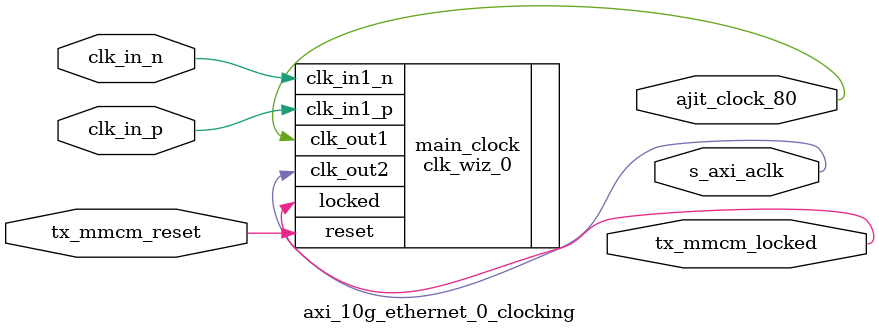
<source format=v>


`timescale 1ps / 1ps
(* dont_touch = "yes" *)
module axi_10g_ethernet_0_clocking
  (
   // Inputs
   input clk_in_p,
   input clk_in_n,
   input tx_mmcm_reset,

   // Clock outputs
   output s_axi_aclk,
   output ajit_clock_80,

   // Status outputs
   output tx_mmcm_locked);

  // Signal declarations
  wire s_axi_dcm_aclk0;
  wire clkfbout;
  wire clkin1;
  
  
  
    clk_wiz_0 main_clock
     (
      // Clock out ports
      .clk_out1(ajit_clock_80),     // output clk_out1
      .clk_out2(s_axi_aclk),     // output clk_out2
      // Status and control signals
      .reset(tx_mmcm_reset), // input reset
      .locked(tx_mmcm_locked),       // output locked
     // Clock in ports
      .clk_in1_p(clk_in_p),    // input clk_in1_p
      .clk_in1_n(clk_in_n)
      );    // input clk_in1_n
  
  
  


//  IBUFDS clkin1_buf
//   (.O  (clkin1),
//    .I  (clk_in_p),
//    .IB (clk_in_n)
//    );


//   MMCME2_BASE
//  #(.DIVCLK_DIVIDE        (1),
//    .CLKFBOUT_MULT_F      (5),
//    .CLKIN1_PERIOD        (5.000),
//    .CLKFBOUT_PHASE       (0.000),
//    .CLKOUT0_DIVIDE_F     (8.000),
//    .CLKOUT0_PHASE        (0.000),
//    .CLKOUT0_DUTY_CYCLE   (0.5),
//    .CLKOUT1_DIVIDE       (8.000),  //125MHz
//    .CLKOUT1_PHASE        (0.000),
//    .CLKOUT1_DUTY_CYCLE   (0.5),
//    .REF_JITTER1          (0.050))
//  tx_mmcm
//    // Output clocks
//   (.CLKFBOUT            (clkfbout),
//    .CLKOUT0             (s_axi_dcm_aclk0),
//    .CLKOUT1             (),
//     // Input clock control
//    .CLKFBIN             (clkfbout),
//    .CLKIN1              (clkin1),
//    // Other control and status signals
//    .LOCKED              (tx_mmcm_locked),
//    .PWRDWN              (1'b0),
//    // .RST                 (tx_mmcm_reset),
//    .RST                 (1'b0),
//    .CLKFBOUTB           (),
//    .CLKOUT0B            (),
//    .CLKOUT1B            (),
//    .CLKOUT2             (),
//    .CLKOUT2B            (),
//    .CLKOUT3             (),
//    .CLKOUT3B            (),
//    .CLKOUT4             (),
//    .CLKOUT5             (),
//    .CLKOUT6             ());

//   BUFG s_axi_aclk_bufg0 (
//     .I(s_axi_dcm_aclk0),
//     .O(s_axi_aclk));

endmodule

</source>
